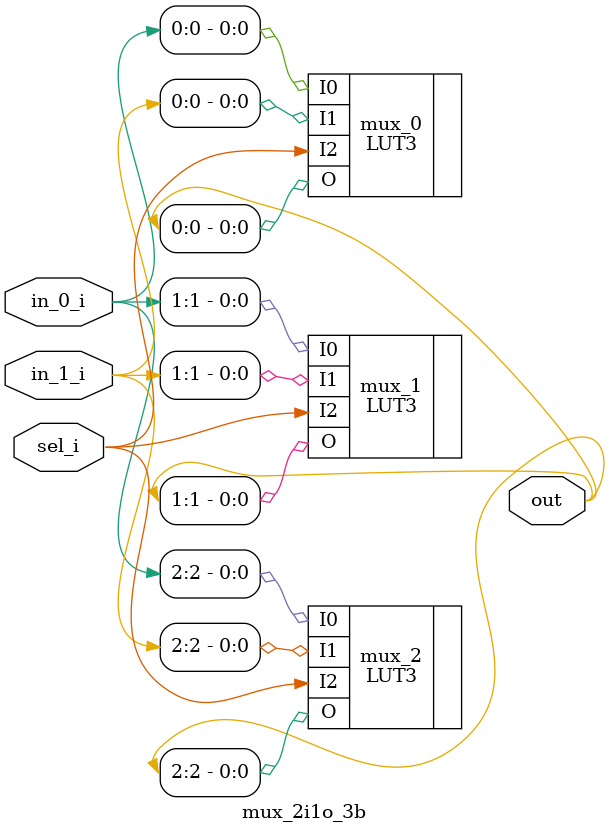
<source format=v>
`timescale 1ns / 1ps


module mux_2i1o_3b(
    input sel_i,
    input  [2:0] in_0_i,
    input  [2:0] in_1_i,

    output [2:0] out
    );

    LUT3 #(
                .INIT(8'hca)         // Specify LUT Contents
            )mux_2(.O(out[2]),     // LUT general output
                .I0(in_0_i[2]), // LUT input
                .I1(in_1_i[2]), // LUT input
                .I2(sel_i)     // LUT input
          );
    LUT3 #(
                .INIT(8'hca)         // Specify LUT Contents
            )mux_1(.O(out[1]),     // LUT general output
                .I0(in_0_i[1]), // LUT input
                .I1(in_1_i[1]), // LUT input
                .I2(sel_i)     // LUT input
          );
    LUT3 #(
                .INIT(8'hca)         // Specify LUT Contents
            )mux_0(.O(out[0]),     // LUT general output
                .I0(in_0_i[0]), // LUT input
                .I1(in_1_i[0]), // LUT input
                .I2(sel_i)     // LUT input
          );

endmodule
</source>
